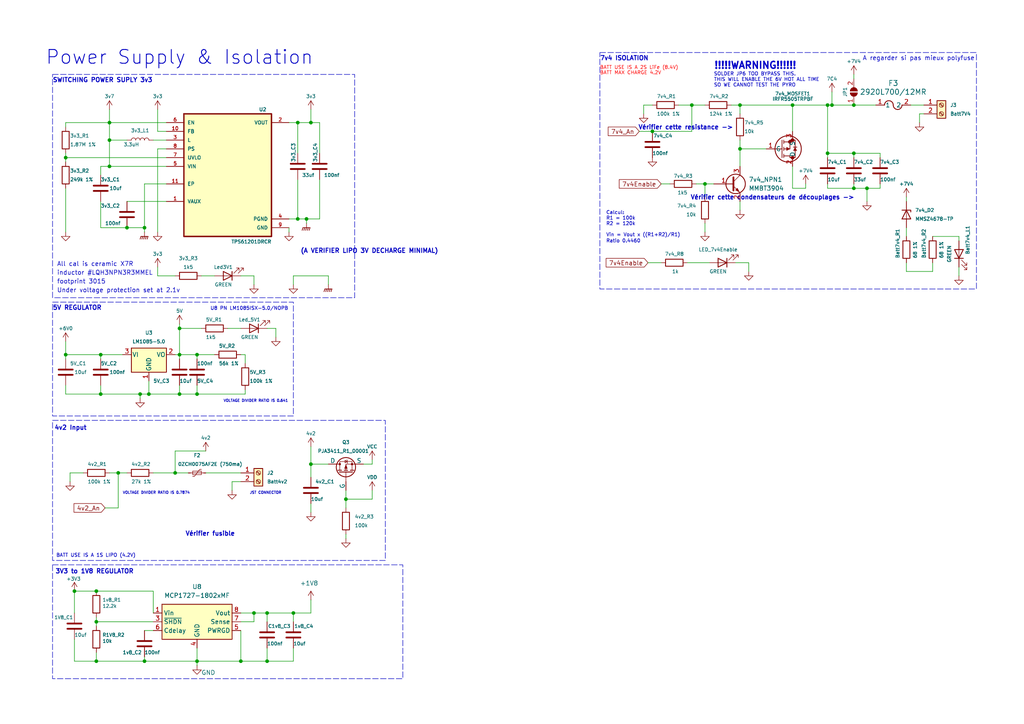
<source format=kicad_sch>
(kicad_sch (version 20231120) (generator "eeschema") (generator_version "8.0")
  (paper "A4")
  (title_block (title "PowerSupply") (date "2024-11-09") (company "GAUL"))
  (lib_symbols
    (symbol "Connector:Screw_Terminal_01x02" (pin_names (offset 1.016) hide)
      (property "Reference" "J" (at 0 2.54 0))
      (property "Value" "Screw_Terminal_01x02" (at 0 -5.08 0))
      (symbol "Screw_Terminal_01x02_1_1"
        (pin passive line (at -5.08 0 0) (length 3.81) (name "Pin_1") (number "1"))
        (pin passive line (at -5.08 -2.54 0) (length 3.81) (name "Pin_2") (number "2"))
      )
    )
    (symbol "Device:C" (pin_numbers hide) (pin_names (offset 0.254))
      (property "Reference" "C" (at 0.635 2.54 0))
      (property "Value" "C" (at 0.635 -2.54 0))
      (symbol "C_1_1"
        (pin passive line (at 0 3.81 270) (length 2.794) (name "~") (number "1"))
        (pin passive line (at 0 -3.81 90) (length 2.794) (name "~") (number "2"))
      )
    )
    (symbol "Device:L" (pin_numbers hide) (pin_names (offset 1.016) hide)
      (property "Reference" "L" (at -1.27 0 90))
      (property "Value" "L" (at 1.905 0 90))
      (symbol "L_1_1"
        (pin passive line (at 0 3.81 270) (length 1.27) (name "1") (number "1"))
        (pin passive line (at 0 -3.81 90) (length 1.27) (name "2") (number "2"))
      )
    )
    (symbol "Device:LED" (pin_numbers hide) (pin_names (offset 1.016) hide)
      (property "Reference" "D" (at 0 2.54 0))
      (property "Value" "LED" (at 0 -2.54 0))
      (symbol "LED_1_1"
        (pin passive line (at -3.81 0 0) (length 2.54) (name "K") (number "1"))
        (pin passive line (at 3.81 0 180) (length 2.54) (name "A") (number "2"))
      )
    )
    (symbol "Device:Polyfuse_Small" (pin_numbers hide) (pin_names (offset 0))
      (property "Reference" "F" (at -1.905 0 90))
      (property "Value" "Polyfuse_Small" (at 1.905 0 90))
      (symbol "Polyfuse_Small_1_1"
        (pin passive line (at 0 2.54 270) (length 0.635) (name "~") (number "1"))
        (pin passive line (at 0 -2.54 90) (length 0.635) (name "~") (number "2"))
      )
    )
    (symbol "Device:R" (pin_numbers hide) (pin_names (offset 0))
      (property "Reference" "R" (at 2.032 0 90))
      (property "Value" "R" (at 0 0 90))
      (symbol "R_1_1"
        (pin passive line (at 0 3.81 270) (length 1.27) (name "~") (number "1"))
        (pin passive line (at 0 -3.81 90) (length 1.27) (name "~") (number "2"))
      )
    )
    (symbol "Diode:BZV55C6V2" (pin_numbers hide) (pin_names hide)
      (property "Reference" "D" (at 0 2.54 0))
      (property "Value" "BZV55C6V2" (at 0 -2.54 0))
      (symbol "BZV55C6V2_1_1"
        (pin passive line (at -3.81 0 0) (length 2.54) (name "K") (number "1"))
        (pin passive line (at 3.81 0 180) (length 2.54) (name "A") (number "2"))
      )
    )
    (symbol "GND_1" (power) (pin_numbers hide) (pin_names (offset 0) hide)
      (property "Value" "GND" (at 0 -3.81 0))
      (symbol "GND_1_1_1"
        (pin power_in line (at 0 0 270) (length 0) (name "~") (number "1"))
      )
    )
    (symbol "IRFR5505TRPBF:IRFR5505TRPBF" (pin_names (offset 0.254))
      (property "Reference" "MOSFET" (at 11.43 1.905 0))
      (property "Value" "IRFR5505TRPBF" (at 11.43 -2.54 0))
      (symbol "IRFR5505TRPBF_0_1"
        (pin unspecified line (at 0 0 0) (length 2.54) (name "G") (number "1"))
        (pin unspecified line (at 7.62 5.08 270) (length 2.54) (name "D") (number "2"))
        (pin unspecified line (at 7.62 -5.08 90) (length 2.54) (name "S") (number "3"))
      )
    )
    (symbol "Jumper:SolderJumper_2_Open" (pin_names (offset 0) hide)
      (property "Reference" "JP" (at 0 2.032 0))
      (property "Value" "SolderJumper_2_Open" (at 0 -2.54 0))
      (symbol "SolderJumper_2_Open_1_1"
        (pin passive line (at -3.81 0 0) (length 2.54) (name "A") (number "1"))
        (pin passive line (at 3.81 0 180) (length 2.54) (name "B") (number "2"))
      )
    )
    (symbol "RGEF1400:RGEF1400" (pin_names (offset 0.254))
      (property "Reference" "F" (at 5.08 3.175 0))
      (property "Value" "RGEF1400" (at 5.08 -3.175 0))
      (symbol "RGEF1400_1_1"
        (pin unspecified line (at 0 0 0) (length 2.54) (name "1") (number "1"))
        (pin unspecified line (at 10.16 0 180) (length 2.54) (name "2") (number "2"))
      )
      (symbol "RGEF1400_1_2"
        (pin unspecified line (at 0 0 90) (length 2.54) (name "1") (number "1"))
        (pin unspecified line (at 0 10.16 270) (length 2.54) (name "2") (number "2"))
      )
    )
    (symbol "Regulator_Linear:LM1085-5.0" (pin_names (offset 0.254))
      (property "Reference" "U8" (at 0 6.35 0))
      (property "Value" "LM1085-5.0" (at 0 3.81 0))
      (symbol "LM1085-5.0_1_1"
        (pin power_in line (at 0 -7.62 90) (length 2.54) (name "GND") (number "1"))
        (pin passive line (at 7.62 0 180) (length 2.54) (name "VO") (number "2"))
        (pin power_in line (at -7.62 0 0) (length 2.54) (name "VI") (number "3"))
      )
    )
    (symbol "Regulator_Linear:MCP1727-1802xMF"
      (property "Reference" "U" (at -7.62 8.89 0))
      (property "Value" "MCP1727-1802xMF" (at 11.43 8.89 0))
      (symbol "MCP1727-1802xMF_0_0"
        (pin open_collector line (at 12.7 -2.54 180) (length 2.54) (name "PWRGD") (number "5"))
        (pin input line (at -12.7 -2.54 0) (length 2.54) (name "Cdelay") (number "6"))
        (pin input line (at 12.7 0 180) (length 2.54) (name "Sense") (number "7"))
        (pin power_out line (at 12.7 2.54 180) (length 2.54) (name "Vout") (number "8"))
      )
      (symbol "MCP1727-1802xMF_1_1"
        (pin power_in line (at -12.7 2.54 0) (length 2.54) (name "Vin") (number "1"))
        (pin passive line (at -12.7 2.54 0) (length 2.54) hide (name "Vin") (number "2"))
        (pin input line (at -12.7 0 0) (length 2.54) (name "~{SHDN}") (number "3"))
        (pin power_in line (at 0 -7.62 90) (length 2.54) (name "GND") (number "4"))
        (pin passive line (at 0 -7.62 90) (length 2.54) hide (name "GND") (number "9"))
      )
    )
    (symbol "Simulation_SPICE:PMOS" (pin_numbers hide) (pin_names (offset 0))
      (property "Reference" "Q2" (at 8.89 0 90))
      (property "Value" "PMOS" (at 6.35 0 90))
      (symbol "PMOS_1_1"
        (pin input line (at -5.08 0 0) (length 2.54) (name "G") (number "1"))
        (pin passive line (at 2.54 -5.08 90) (length 2.54) (name "S") (number "2"))
        (pin passive line (at 2.54 5.08 270) (length 2.54) (name "D") (number "3"))
      )
    )
    (symbol "TPS61201DRCR:TPS61201DRCR" (pin_names (offset 1.016))
      (property "Reference" "U5" (at 10.16 19.05 0))
      (property "Value" "TPS61201DRCR" (at 5.08 -19.05 0))
      (symbol "TPS61201DRCR_0_0"
        (pin bidirectional line (at -17.78 -7.62 0) (length 5.08) (name "VAUX") (number "1"))
        (pin input line (at -17.78 12.7 0) (length 5.08) (name "FB") (number "10"))
        (pin bidirectional line (at -17.78 -2.54 0) (length 5.08) (name "EP") (number "11"))
        (pin input line (at -17.78 10.16 0) (length 5.08) (name "L") (number "3"))
        (pin power_in line (at 17.78 -12.7 180) (length 5.08) (name "PGND") (number "4"))
        (pin input line (at -17.78 2.54 0) (length 5.08) (name "VIN") (number "5"))
        (pin input line (at -17.78 15.24 0) (length 5.08) (name "EN") (number "6"))
        (pin input line (at -17.78 5.08 0) (length 5.08) (name "UVLO") (number "7"))
        (pin input line (at -17.78 7.62 0) (length 5.08) (name "PS") (number "8"))
        (pin power_in line (at 17.78 -15.24 180) (length 5.08) (name "GND") (number "9"))
      )
      (symbol "TPS61201DRCR_1_0"
        (pin passive line (at 17.78 15.24 180) (length 5.08) (name "VOUT") (number "2"))
      )
    )
    (symbol "Transistor_BJT:MMBT3904" (pin_names (offset 0) hide)
      (property "Reference" "Q" (at 5.08 1.905 0))
      (property "Value" "MMBT3904" (at 5.08 0 0))
      (symbol "MMBT3904_1_1"
        (pin input line (at -5.08 0 0) (length 5.715) (name "B") (number "1"))
        (pin passive line (at 2.54 -5.08 90) (length 2.54) (name "E") (number "2"))
        (pin passive line (at 2.54 5.08 270) (length 2.54) (name "C") (number "3"))
      )
    )
    (symbol "power:+12C" (power) (pin_names (offset 0))
      (property "Value" "+12C" (at 0 3.81 0))
      (symbol "+12C_1_1"
        (pin power_in line (at 0 0 90) (length 0) hide (name "+12C") (number "1"))
      )
    )
    (symbol "power:+12P" (power) (pin_names (offset 0))
      (property "Value" "+12P" (at 0 3.556 0))
      (symbol "+12P_1_1"
        (pin power_in line (at 0 0 90) (length 0) hide (name "+12P") (number "1"))
      )
    )
    (symbol "power:+12V" (power) (pin_names (offset 0))
      (property "Value" "+12V" (at 0 3.556 0))
      (symbol "+12V_1_1"
        (pin power_in line (at 0 0 90) (length 0) hide (name "+12V") (number "1"))
      )
    )
    (symbol "power:+1V8" (power) (pin_numbers hide) (pin_names (offset 0) hide)
      (property "Value" "+1V8" (at 0 3.556 0))
      (symbol "+1V8_1_1"
        (pin power_in line (at 0 0 90) (length 0) (name "~") (number "1"))
      )
    )
    (symbol "power:+3V3" (power) (pin_names (offset 0))
      (property "Value" "+3V3" (at 0 3.556 0))
      (symbol "+3V3_1_1"
        (pin power_in line (at 0 0 90) (length 0) hide (name "+3V3") (number "1"))
      )
    )
    (symbol "power:+5V" (power) (pin_names (offset 0))
      (property "Value" "+5V" (at 0 3.556 0))
      (symbol "+5V_1_1"
        (pin power_in line (at 0 0 90) (length 0) hide (name "+5V") (number "1"))
      )
    )
    (symbol "power:+BATT" (power) (pin_names (offset 0))
      (property "Value" "+BATT" (at 0 3.556 0))
      (symbol "+BATT_1_1"
        (pin power_in line (at 0 0 90) (length 0) hide (name "+BATT") (number "1"))
      )
    )
    (symbol "power:GND" (power) (pin_names (offset 0))
      (property "Value" "GND" (at 0 -3.81 0))
      (symbol "GND_1_1"
        (pin power_in line (at 0 0 270) (length 0) hide (name "GND") (number "1"))
      )
    )
    (symbol "power:GNDPWR" (power) (pin_names (offset 0))
      (property "Value" "GNDPWR" (at 0 -3.302 0))
      (symbol "GNDPWR_1_1"
        (pin power_in line (at 0 0 270) (length 0) hide (name "GNDPWR") (number "1"))
      )
    )
    (symbol "power:VCC" (power) (pin_names (offset 0))
      (property "Value" "VCC" (at 0 3.81 0))
      (symbol "VCC_1_1"
        (pin power_in line (at 0 0 90) (length 0) hide (name "VCC") (number "1"))
      )
    )
    (symbol "power:VDD" (power) (pin_names (offset 0))
      (property "Value" "VDD" (at 0 3.81 0))
      (symbol "VDD_1_1"
        (pin power_in line (at 0 0 90) (length 0) hide (name "VDD") (number "1"))
      )
    )
  )
  (junction (at 19.05 102.87))
  (junction (at 31.75 35.56))
  (junction (at 240.03 44.45))
  (junction (at 52.07 114.3))
  (junction (at 27.94 171.45))
  (junction (at 247.65 44.45))
  (junction (at 86.36 35.56))
  (junction (at 90.17 35.56))
  (junction (at 19.05 45.72))
  (junction (at 189.23 38.1))
  (junction (at 29.21 102.87))
  (junction (at 34.29 137.16))
  (junction (at 43.18 114.3))
  (junction (at 73.66 177.8))
  (junction (at 86.36 63.5))
  (junction (at 100.33 144.78))
  (junction (at 241.3 30.48))
  (junction (at 88.9 63.5))
  (junction (at 77.47 191.77))
  (junction (at 229.87 30.48))
  (junction (at 36.83 66.04))
  (junction (at 41.91 191.77))
  (junction (at 214.63 30.48))
  (junction (at 31.75 40.64))
  (junction (at 247.65 54.61))
  (junction (at 57.15 114.3))
  (junction (at 57.15 102.87))
  (junction (at 69.85 191.77))
  (junction (at 200.66 30.48))
  (junction (at 50.8 137.16))
  (junction (at 251.46 54.61))
  (junction (at 52.07 95.25))
  (junction (at 57.15 191.77))
  (junction (at 240.03 30.48))
  (junction (at 40.64 114.3))
  (junction (at 41.91 66.04))
  (junction (at 77.47 177.8))
  (junction (at 90.17 134.62))
  (junction (at 214.63 43.18))
  (junction (at 204.47 53.34))
  (junction (at 31.75 48.26))
  (junction (at 85.09 177.8))
  (junction (at 27.94 180.34))
  (junction (at 21.59 171.45))
  (junction (at 247.65 30.48))
  (junction (at 29.21 114.3))
  (junction (at 52.07 102.87))
  (junction (at 27.94 191.77))
  (wire (pts (xy 214.63 40.64) (xy 214.63 43.18)))
  (wire (pts (xy 92.71 35.56) (xy 90.17 35.56)))
  (wire (pts (xy 266.7 33.02) (xy 266.7 35.56)))
  (wire (pts (xy 31.75 35.56) (xy 48.26 35.56)))
  (wire (pts (xy 48.26 53.34) (xy 41.91 53.34)))
  (wire (pts (xy 45.72 38.1) (xy 48.26 38.1)))
  (wire (pts (xy 240.03 54.61) (xy 247.65 54.61)))
  (wire (pts (xy 83.82 66.04) (xy 83.82 67.31)))
  (wire (pts (xy 52.07 95.25) (xy 58.42 95.25)))
  (wire (pts (xy 29.21 111.76) (xy 29.21 114.3)))
  (wire (pts (xy 19.05 114.3) (xy 29.21 114.3)))
  (wire (pts (xy 217.17 76.2) (xy 217.17 78.74)))
  (wire (pts (xy 71.12 102.87) (xy 71.12 105.41)))
  (wire (pts (xy 29.21 114.3) (xy 40.64 114.3)))
  (wire (pts (xy 107.95 144.78) (xy 100.33 144.78)))
  (wire (pts (xy 21.59 191.77) (xy 27.94 191.77)))
  (wire (pts (xy 43.18 114.3) (xy 40.64 114.3)))
  (wire (pts (xy 255.27 44.45) (xy 255.27 45.72)))
  (wire (pts (xy 267.97 33.02) (xy 266.7 33.02)))
  (wire (pts (xy 214.63 58.42) (xy 214.63 60.96)))
  (wire (pts (xy 229.87 30.48) (xy 229.87 38.1)))
  (wire (pts (xy 92.71 52.07) (xy 92.71 63.5)))
  (wire (pts (xy 240.03 53.34) (xy 240.03 54.61)))
  (wire (pts (xy 48.26 43.18) (xy 45.72 43.18)))
  (wire (pts (xy 57.15 114.3) (xy 71.12 114.3)))
  (wire (pts (xy 204.47 57.15) (xy 204.47 53.34)))
  (wire (pts (xy 52.07 95.25) (xy 52.07 102.87)))
  (wire (pts (xy 85.09 177.8) (xy 77.47 177.8)))
  (wire (pts (xy 69.85 80.01) (xy 73.66 80.01)))
  (wire (pts (xy 92.71 63.5) (xy 88.9 63.5)))
  (wire (pts (xy 200.66 30.48) (xy 204.47 30.48)))
  (wire (pts (xy 29.21 66.04) (xy 36.83 66.04)))
  (wire (pts (xy 92.71 44.45) (xy 92.71 35.56)))
  (wire (pts (xy 107.95 142.24) (xy 107.95 144.78)))
  (wire (pts (xy 90.17 129.54) (xy 90.17 134.62)))
  (wire (pts (xy 85.09 191.77) (xy 77.47 191.77)))
  (wire (pts (xy 196.85 30.48) (xy 200.66 30.48)))
  (wire (pts (xy 34.29 137.16) (xy 36.83 137.16)))
  (wire (pts (xy 86.36 63.5) (xy 88.9 63.5)))
  (wire (pts (xy 278.13 77.47) (xy 278.13 80.01)))
  (wire (pts (xy 100.33 154.94) (xy 100.33 156.21)))
  (wire (pts (xy 77.47 95.25) (xy 80.01 95.25)))
  (wire (pts (xy 229.87 54.61) (xy 233.68 54.61)))
  (wire (pts (xy 41.91 182.88) (xy 44.45 182.88)))
  (wire (pts (xy 21.59 171.45) (xy 27.94 171.45)))
  (wire (pts (xy 247.65 30.48) (xy 254 30.48)))
  (wire (pts (xy 69.85 177.8) (xy 73.66 177.8)))
  (wire (pts (xy 90.17 134.62) (xy 95.25 134.62)))
  (wire (pts (xy 29.21 102.87) (xy 29.21 104.14)))
  (wire (pts (xy 90.17 177.8) (xy 85.09 177.8)))
  (wire (pts (xy 83.82 35.56) (xy 86.36 35.56)))
  (wire (pts (xy 40.64 114.3) (xy 40.64 115.57)))
  (wire (pts (xy 107.95 134.62) (xy 107.95 133.35)))
  (wire (pts (xy 31.75 48.26) (xy 31.75 40.64)))
  (wire (pts (xy 262.89 57.15) (xy 262.89 58.42)))
  (wire (pts (xy 27.94 191.77) (xy 41.91 191.77)))
  (wire (pts (xy 58.42 80.01) (xy 62.23 80.01)))
  (wire (pts (xy 95.25 82.55) (xy 95.25 80.01)))
  (wire (pts (xy 247.65 44.45) (xy 247.65 45.72)))
  (wire (pts (xy 214.63 43.18) (xy 222.25 43.18)))
  (wire (pts (xy 30.48 147.32) (xy 34.29 147.32)))
  (wire (pts (xy 27.94 171.45) (xy 44.45 171.45)))
  (wire (pts (xy 44.45 171.45) (xy 44.45 177.8)))
  (wire (pts (xy 90.17 173.99) (xy 90.17 177.8)))
  (wire (pts (xy 20.32 137.16) (xy 20.32 139.7)))
  (wire (pts (xy 35.56 102.87) (xy 29.21 102.87)))
  (wire (pts (xy 86.36 35.56) (xy 90.17 35.56)))
  (wire (pts (xy 48.26 48.26) (xy 31.75 48.26)))
  (wire (pts (xy 85.09 180.34) (xy 85.09 177.8)))
  (wire (pts (xy 52.07 111.76) (xy 52.07 114.3)))
  (wire (pts (xy 247.65 44.45) (xy 255.27 44.45)))
  (wire (pts (xy 69.85 180.34) (xy 73.66 180.34)))
  (wire (pts (xy 204.47 64.77) (xy 204.47 67.31)))
  (wire (pts (xy 19.05 111.76) (xy 19.05 114.3)))
  (wire (pts (xy 57.15 187.96) (xy 57.15 191.77)))
  (wire (pts (xy 247.65 54.61) (xy 251.46 54.61)))
  (wire (pts (xy 240.03 44.45) (xy 247.65 44.45)))
  (wire (pts (xy 199.39 76.2) (xy 205.74 76.2)))
  (wire (pts (xy 69.85 191.77) (xy 57.15 191.77)))
  (wire (pts (xy 270.51 78.74) (xy 270.51 76.2)))
  (wire (pts (xy 240.03 30.48) (xy 240.03 44.45)))
  (wire (pts (xy 90.17 146.05) (xy 90.17 148.59)))
  (wire (pts (xy 270.51 68.58) (xy 278.13 68.58)))
  (wire (pts (xy 100.33 144.78) (xy 100.33 142.24)))
  (wire (pts (xy 43.18 110.49) (xy 43.18 114.3)))
  (wire (pts (xy 262.89 78.74) (xy 270.51 78.74)))
  (wire (pts (xy 213.36 76.2) (xy 217.17 76.2)))
  (wire (pts (xy 57.15 111.76) (xy 57.15 114.3)))
  (wire (pts (xy 186.69 30.48) (xy 186.69 33.02)))
  (wire (pts (xy 90.17 35.56) (xy 90.17 31.75)))
  (wire (pts (xy 278.13 68.58) (xy 278.13 69.85)))
  (wire (pts (xy 59.69 137.16) (xy 69.85 137.16)))
  (wire (pts (xy 189.23 38.1) (xy 200.66 38.1)))
  (wire (pts (xy 255.27 53.34) (xy 255.27 54.61)))
  (wire (pts (xy 229.87 48.26) (xy 229.87 54.61)))
  (wire (pts (xy 69.85 102.87) (xy 71.12 102.87)))
  (wire (pts (xy 50.8 102.87) (xy 52.07 102.87)))
  (wire (pts (xy 31.75 31.75) (xy 31.75 35.56)))
  (wire (pts (xy 233.68 54.61) (xy 233.68 53.34)))
  (wire (pts (xy 19.05 54.61) (xy 19.05 67.31)))
  (wire (pts (xy 66.04 95.25) (xy 69.85 95.25)))
  (wire (pts (xy 86.36 35.56) (xy 86.36 44.45)))
  (wire (pts (xy 50.8 130.81) (xy 50.8 137.16)))
  (wire (pts (xy 212.09 30.48) (xy 214.63 30.48)))
  (wire (pts (xy 251.46 54.61) (xy 255.27 54.61)))
  (wire (pts (xy 204.47 53.34) (xy 207.01 53.34)))
  (wire (pts (xy 100.33 144.78) (xy 100.33 147.32)))
  (wire (pts (xy 67.31 139.7) (xy 67.31 142.24)))
  (wire (pts (xy 41.91 53.34) (xy 41.91 66.04)))
  (wire (pts (xy 29.21 48.26) (xy 29.21 50.8)))
  (wire (pts (xy 88.9 63.5) (xy 88.9 64.77)))
  (wire (pts (xy 45.72 77.47) (xy 45.72 80.01)))
  (wire (pts (xy 41.91 191.77) (xy 57.15 191.77)))
  (wire (pts (xy 214.63 33.02) (xy 214.63 30.48)))
  (wire (pts (xy 187.96 76.2) (xy 191.77 76.2)))
  (wire (pts (xy 240.03 44.45) (xy 240.03 45.72)))
  (wire (pts (xy 27.94 189.23) (xy 27.94 191.77)))
  (wire (pts (xy 214.63 43.18) (xy 214.63 48.26)))
  (wire (pts (xy 85.09 80.01) (xy 95.25 80.01)))
  (wire (pts (xy 57.15 193.04) (xy 57.15 191.77)))
  (wire (pts (xy 19.05 99.06) (xy 19.05 102.87)))
  (wire (pts (xy 105.41 134.62) (xy 107.95 134.62)))
  (wire (pts (xy 241.3 26.67) (xy 241.3 30.48)))
  (wire (pts (xy 50.8 130.81) (xy 59.69 130.81)))
  (wire (pts (xy 262.89 78.74) (xy 262.89 76.2)))
  (wire (pts (xy 73.66 180.34) (xy 73.66 177.8)))
  (wire (pts (xy 83.82 63.5) (xy 86.36 63.5)))
  (wire (pts (xy 36.83 40.64) (xy 31.75 40.64)))
  (wire (pts (xy 229.87 30.48) (xy 240.03 30.48)))
  (wire (pts (xy 19.05 35.56) (xy 19.05 36.83)))
  (wire (pts (xy 24.13 137.16) (xy 20.32 137.16)))
  (wire (pts (xy 21.59 171.45) (xy 21.59 177.8)))
  (wire (pts (xy 77.47 191.77) (xy 69.85 191.77)))
  (wire (pts (xy 45.72 80.01) (xy 50.8 80.01)))
  (wire (pts (xy 241.3 30.48) (xy 247.65 30.48)))
  (wire (pts (xy 19.05 46.99) (xy 19.05 45.72)))
  (wire (pts (xy 85.09 187.96) (xy 85.09 191.77)))
  (wire (pts (xy 36.83 66.04) (xy 41.91 66.04)))
  (wire (pts (xy 264.16 30.48) (xy 267.97 30.48)))
  (wire (pts (xy 19.05 45.72) (xy 48.26 45.72)))
  (wire (pts (xy 19.05 102.87) (xy 19.05 104.14)))
  (wire (pts (xy 200.66 38.1) (xy 200.66 30.48)))
  (wire (pts (xy 29.21 58.42) (xy 29.21 66.04)))
  (wire (pts (xy 19.05 35.56) (xy 31.75 35.56)))
  (wire (pts (xy 57.15 102.87) (xy 62.23 102.87)))
  (wire (pts (xy 34.29 147.32) (xy 34.29 137.16)))
  (wire (pts (xy 27.94 179.07) (xy 27.94 180.34)))
  (wire (pts (xy 52.07 93.98) (xy 52.07 95.25)))
  (wire (pts (xy 240.03 30.48) (xy 241.3 30.48)))
  (wire (pts (xy 262.89 68.58) (xy 262.89 66.04)))
  (wire (pts (xy 44.45 137.16) (xy 50.8 137.16)))
  (wire (pts (xy 29.21 102.87) (xy 19.05 102.87)))
  (wire (pts (xy 27.94 180.34) (xy 44.45 180.34)))
  (wire (pts (xy 41.91 190.5) (xy 41.91 191.77)))
  (wire (pts (xy 44.45 40.64) (xy 48.26 40.64)))
  (wire (pts (xy 247.65 21.59) (xy 247.65 22.86)))
  (wire (pts (xy 27.94 180.34) (xy 27.94 181.61)))
  (wire (pts (xy 52.07 114.3) (xy 57.15 114.3)))
  (wire (pts (xy 57.15 102.87) (xy 57.15 104.14)))
  (wire (pts (xy 251.46 54.61) (xy 251.46 58.42)))
  (wire (pts (xy 77.47 180.34) (xy 77.47 177.8)))
  (wire (pts (xy 31.75 137.16) (xy 34.29 137.16)))
  (wire (pts (xy 21.59 185.42) (xy 21.59 191.77)))
  (wire (pts (xy 73.66 80.01) (xy 73.66 82.55)))
  (wire (pts (xy 77.47 187.96) (xy 77.47 191.77)))
  (wire (pts (xy 80.01 95.25) (xy 80.01 97.79)))
  (wire (pts (xy 52.07 102.87) (xy 52.07 104.14)))
  (wire (pts (xy 69.85 139.7) (xy 67.31 139.7)))
  (wire (pts (xy 48.26 58.42) (xy 36.83 58.42)))
  (wire (pts (xy 71.12 114.3) (xy 71.12 113.03)))
  (wire (pts (xy 52.07 102.87) (xy 57.15 102.87)))
  (wire (pts (xy 247.65 53.34) (xy 247.65 54.61)))
  (wire (pts (xy 69.85 182.88) (xy 69.85 191.77)))
  (wire (pts (xy 85.09 80.01) (xy 85.09 82.55)))
  (wire (pts (xy 43.18 114.3) (xy 52.07 114.3)))
  (wire (pts (xy 31.75 35.56) (xy 31.75 40.64)))
  (wire (pts (xy 50.8 137.16) (xy 54.61 137.16)))
  (wire (pts (xy 45.72 43.18) (xy 45.72 67.31)))
  (wire (pts (xy 86.36 52.07) (xy 86.36 63.5)))
  (wire (pts (xy 73.66 177.8) (xy 77.47 177.8)))
  (wire (pts (xy 214.63 30.48) (xy 229.87 30.48)))
  (wire (pts (xy 191.77 53.34) (xy 194.31 53.34)))
  (wire (pts (xy 185.42 38.1) (xy 189.23 38.1)))
  (wire (pts (xy 90.17 138.43) (xy 90.17 134.62)))
  (wire (pts (xy 201.93 53.34) (xy 204.47 53.34)))
  (wire (pts (xy 19.05 44.45) (xy 19.05 45.72)))
  (wire (pts (xy 41.91 66.04) (xy 41.91 67.31)))
  (wire (pts (xy 45.72 31.75) (xy 45.72 38.1)))
  (wire (pts (xy 189.23 30.48) (xy 186.69 30.48)))
  (wire (pts (xy 29.21 48.26) (xy 31.75 48.26)))
  (rectangle (start 15.24 21.59) (end 102.87 86.36) (stroke (width 0) (type dash)))
  (rectangle (start 173.99 15.24) (end 283.21 83.82) (stroke (width 0) (type dash)))
  (rectangle (start 15.24 87.63) (end 85.09 120.65) (stroke (width 0) (type dash)))
  (rectangle (start 15.24 163.83) (end 116.84 196.85) (stroke (width 0) (type dash)))
  (rectangle (start 15.24 121.92) (end 111.76 162.56) (stroke (width 0) (type dash)))
  (text "Under voltage protection set at 2.1v" (at 16.51 85.09 0) (effects (font (size 1.27 1.27)) (justify left bottom)))
  (text "Calcul: \nR1 = 100k\nR2 = 120k\n\nVin = Vout x ((R1+R2)/R1)" (at 175.768 68.834 0) (effects (font (size 1 1)) (justify left bottom)))
  (text "5V REGULATOR" (at 15.24 90.17 0) (effects (font (size 1.27 1.27) (thickness 0.254) (bold yes)) (justify left bottom)))
  (text "JST CONNECTOR" (at 72.39 143.51 0) (effects (font (size 0.75 0.75)) (justify left bottom)))
  (text "(A VERIFIER LIPO 3V DECHARGE MINIMAL)" (at 87.122 73.66 0) (effects (font (size 1.27 1.27) (thickness 0.254) (bold yes)) (justify left bottom)))
  (text "4v2 Input" (at 15.748 124.968 0) (effects (font (size 1.27 1.27) (thickness 0.254) (bold yes)) (justify left bottom)))
  (text "U8 PN LM1085ISX-5.0/NOPB" (at 60.96 90.17 0) (effects (font (size 1 1)) (justify left bottom)))
  (text "footprint 3015" (at 16.51 82.55 0) (effects (font (size 1.27 1.27)) (justify left bottom)))
  (text "3V3 to 1V8 REGULATOR\n\n" (at 16.002 168.656 0) (effects (font (size 1.27 1.27) (thickness 0.254) (bold yes)) (justify left bottom)))
  (text "inductor #LQH3NPN3R3MMEL" (at 16.51 80.01 0) (effects (font (size 1.27 1.27)) (justify left bottom)))
  (text "Vérifier fusible" (at 60.96 154.94 0) (effects (font (size 1.27 1.27) (thickness 0.254) (bold yes))))
  (text "Vérifier cette condensateurs de découplages ->" (at 224.028 57.404 0) (effects (font (size 1.27 1.27) (thickness 0.254) (bold yes))))
  (text "BATT USE IS A 1S LIPO (4.2V)" (at 16.256 161.798 0) (effects (font (size 1 1)) (justify left bottom)))
  (text "7v4 ISOLATION" (at 173.99 17.78 0) (effects (font (size 1.27 1.27) (thickness 0.254) (bold yes)) (justify left bottom)))
  (text "VOLTAGE DIVIDER RATIO IS 0.7874" (at 35.56 143.51 0) (effects (font (size 0.75 0.75)) (justify left bottom)))
  (text "!!!!!WARNING!!!!!!" (at 207.01 20.32 0) (effects (font (size 2 2) (thickness 0.4) (bold yes)) (justify left bottom)))
  (text "All cal is ceramic X7R" (at 16.51 77.47 0) (effects (font (size 1.27 1.27)) (justify left bottom)))
  (text "SWITCHING POWER SUPLY 3v3" (at 15.24 24.13 0) (effects (font (size 1.27 1.27) (thickness 0.254) (bold yes)) (justify left bottom)))
  (text "SOLDER JP6 TOO BYPASS THIS.\nTHIS WILL ENABLE THE 6V HOT ALL TIME\nSO WE CANNOT TEST THE PYRO" (at 207.01 25.4 0) (effects (font (size 1 1)) (justify left bottom)))
  (text "Ratio 0.4460" (at 175.768 70.612 0) (effects (font (size 1 1)) (justify left bottom)))
  (text "A regarder si pas mieux polyfuse\n" (at 266.446 17.018 0) (effects (font (size 1.27 1.27))))
  (text "Vérifier cette resistance ->" (at 198.882 37.084 0) (effects (font (size 1.27 1.27) (thickness 0.254) (bold yes))))
  (text "BATT USE IS A 2S LiFe (8.4V)" (at 173.99 20.32 0) (effects (font (size 1 1) (thickness 0.125)) (justify left bottom)))
  (text "Power Supply & Isolation" (at 52.07 16.764 0) (effects (font (size 4 4) (thickness 0.254) (bold yes))))
  (text "VOLTAGE DIVIDER RATIO IS 0.641" (at 64.77 116.84 0) (effects (font (size 0.75 0.75)) (justify left bottom)))
  (text "BATT MAX CHARGE 4.2V" (at 173.99 21.844 0) (effects (font (size 1 1) (thickness 0.125)) (justify left bottom)))
  (global_label "4v2_An" (shape input) (at 30.48 147.32 180) (property "Intersheetrefs" "${INTERSHEET_REFS}" (effects (hide yes))))
  (global_label "7v4Enable" (shape input) (at 187.96 76.2 180) (property "Intersheetrefs" "${INTERSHEET_REFS}" (effects (hide yes))))
  (global_label "7v4_An" (shape input) (at 185.42 38.1 180) (property "Intersheetrefs" "${INTERSHEET_REFS}" (effects (hide yes))))
  (global_label "7v4Enable" (shape input) (at 191.77 53.34 180) (property "Intersheetrefs" "${INTERSHEET_REFS}" (effects (hide yes))))
  (symbol (lib_id "Device:R") (at 19.05 40.64 0) (unit 1)
    (property "Reference" "3v3_R1" (at 20.32 39.37 0) (effects (font (size 1 1)) (justify left)))
    (property "Value" "1.87M 1%" (at 20.32 41.91 0) (effects (font (size 1 1)) (justify left)))
    (property "Footprint" "Resistor_SMD:R_0805_2012Metric" (effects (hide yes)))
  )
  (symbol (lib_id "Device:C") (at 240.03 49.53 0) (unit 1)
    (property "Reference" "7v4_C1" (at 240.03 46.99 0) (effects (font (size 1 1)) (justify left)))
    (property "Value" "10uf" (at 240.03 52.07 0) (effects (font (size 1 1)) (justify left)))
    (property "Footprint" "Capacitor_SMD:C_1206_3216Metric" (effects (hide yes)))
  )
  (symbol (lib_id "power:GND") (at 189.23 45.72 0) (unit 1)
    (property "Reference" "#PWR0102" (effects (hide yes)))
    (property "Value" "GND" (effects (hide yes)))
  )
  (symbol (lib_id "power:GND") (at 73.66 82.55 0) (unit 1)
    (property "Reference" "#PWR07" (effects (hide yes)))
    (property "Value" "GND" (effects (hide yes)))
  )
  (symbol (lib_id "power:GND") (at 80.01 97.79 0) (unit 1)
    (property "Reference" "#PWR019" (effects (hide yes)))
    (property "Value" "GND" (effects (hide yes)))
  )
  (symbol (lib_id "power:+3V3") (at 90.17 31.75 0) (unit 1)
    (property "Reference" "#PWR011" (effects (hide yes)))
    (property "Value" "3v3" (at 90.17 27.94 0) (effects (font (size 1 1))))
  )
  (symbol (lib_id "Device:R") (at 262.89 72.39 180) (unit 1)
    (property "Reference" "Batt7v4_R1" (at 260.35 74.93 90) (effects (font (size 1 1)) (justify right)))
    (property "Value" "68 1%" (at 265.43 74.93 90) (effects (font (size 1 1)) (justify right)))
    (property "Footprint" "Resistor_SMD:R_0805_2012Metric" (effects (hide yes)))
  )
  (symbol (lib_id "Device:C") (at 36.83 62.23 0) (unit 1)
    (property "Reference" "3v3_C2" (at 29.21 59.69 0) (effects (font (size 1 1)) (justify left)))
    (property "Value" "100nf" (at 30.48 64.77 0) (effects (font (size 1 1)) (justify left)))
    (property "Footprint" "Capacitor_SMD:C_0805_2012Metric" (effects (hide yes)))
  )
  (symbol (lib_id "power:GNDPWR") (at 95.25 82.55 0) (unit 1)
    (property "Reference" "#PWR012" (effects (hide yes)))
    (property "Value" "GNDPWR" (effects (hide yes)))
  )
  (symbol (lib_id "Device:R") (at 62.23 95.25 90) (unit 1)
    (property "Reference" "5V_R1" (at 59.69 92.71 90) (effects (font (size 1 1)) (justify right)))
    (property "Value" "1k5" (at 59.69 97.79 90) (effects (font (size 1 1)) (justify right)))
    (property "Footprint" "Resistor_SMD:R_0805_2012Metric" (effects (hide yes)))
  )
  (symbol (lib_id "Device:C") (at 19.05 107.95 0) (unit 1)
    (property "Reference" "5V_C1" (at 20.32 105.41 0) (effects (font (size 1 1)) (justify left)))
    (property "Value" "10uf" (at 21.59 107.95 0) (effects (font (size 1 1)) (justify left)))
    (property "Footprint" "Capacitor_SMD:C_0805_2012Metric" (effects (hide yes)))
  )
  (symbol (lib_id "Device:C") (at 21.59 181.61 0) (unit 1)
    (property "Reference" "1V8_C1" (at 15.748 179.07 0) (effects (font (size 0.9652 0.9652)) (justify left)))
    (property "Value" "10uf" (at 21.59 184.15 0) (effects (font (size 1 1)) (justify left)))
    (property "Footprint" "Capacitor_SMD:C_0805_2012Metric" (effects (hide yes)))
  )
  (symbol (lib_id "Device:C") (at 57.15 107.95 0) (unit 1)
    (property "Reference" "5V_C4" (at 57.15 110.49 0) (effects (font (size 1 1)) (justify left)))
    (property "Value" "100nf" (at 57.15 105.41 0) (effects (font (size 1 1)) (justify left)))
    (property "Footprint" "Capacitor_SMD:C_0805_2012Metric" (effects (hide yes)))
  )
  (symbol (lib_id "Regulator_Linear:MCP1727-1802xMF") (at 57.15 180.34 0) (unit 1)
    (property "Reference" "U8" (at 57.15 170.18 0))
    (property "Value" "MCP1727-1802xMF" (at 57.15 172.72 0))
    (property "Footprint" "Package_DFN_QFN:DFN-8-1EP_3x3mm_P0.65mm_EP1.55x2.4mm" (effects (hide yes)))
    (property "Datasheet" "https://ww1.microchip.com/downloads/aemtest/APID/ProductDocuments/DataSheets/MCP1727-1.5A-Low-Voltage-Low-Quiescent-Current-LDO-Regulator-20001999D.pdf" (effects (hide yes)))
    (property "Description" "1.5A, Low Voltage, Low Quiescent Current LDO Regulator, 2.3 - 6V Input, Fixed 1.8V Output, 330mV Dropout, DFN-8" (effects (hide yes)))
  )
  (symbol (lib_id "power:GND") (at 85.09 82.55 0) (unit 1)
    (property "Reference" "#PWR09" (effects (hide yes)))
    (property "Value" "GND" (effects (hide yes)))
  )
  (symbol (lib_id "Device:R") (at 27.94 175.26 180) (unit 1)
    (property "Reference" "1v8_R1" (at 29.718 173.99 0) (effects (font (size 0.9652 0.9652)) (justify right)))
    (property "Value" "12.2k" (at 29.718 175.768 0) (effects (font (size 0.9652 0.9652)) (justify right)))
    (property "Footprint" "Resistor_SMD:R_0805_2012Metric" (effects (hide yes)))
    (property "Description" "Resistor" (effects (hide yes)))
  )
  (symbol (lib_id "Device:R") (at 100.33 151.13 0) (unit 1)
    (property "Reference" "4v2_R3" (at 102.87 149.86 0) (effects (font (size 1 1)) (justify left)))
    (property "Value" "100k" (at 102.87 152.4 0) (effects (font (size 1 1)) (justify left)))
    (property "Footprint" "Resistor_SMD:R_0805_2012Metric" (effects (hide yes)))
  )
  (symbol (lib_id "Device:R") (at 40.64 137.16 90) (unit 1)
    (property "Reference" "4v2_R2" (at 38.1 134.62 90) (effects (font (size 1 1)) (justify right)))
    (property "Value" "27k 1%" (at 38.1 139.7 90) (effects (font (size 1 1)) (justify right)))
    (property "Footprint" "Resistor_SMD:R_0805_2012Metric" (effects (hide yes)))
  )
  (symbol (lib_id "power:+BATT") (at 59.69 130.81 0) (unit 1)
    (property "Reference" "#PWR021" (effects (hide yes)))
    (property "Value" "4v2" (at 59.69 127 0) (effects (font (size 1 1))))
  )
  (symbol (lib_id "power:VCC") (at 107.95 133.35 0) (unit 1)
    (property "Reference" "#PWR0110" (effects (hide yes)))
    (property "Value" "VCC" (at 107.95 129.54 0) (effects (font (size 1 1))))
  )
  (symbol (lib_id "Device:C") (at 85.09 184.15 0) (unit 1)
    (property "Reference" "1v8_C4" (at 85.344 181.61 0) (effects (font (size 1 1)) (justify left)))
    (property "Value" "10uf" (at 85.09 186.69 0) (effects (font (size 1 1)) (justify left)))
    (property "Footprint" "Capacitor_SMD:C_0805_2012Metric" (effects (hide yes)))
  )
  (symbol (lib_id "power:GND") (at 266.7 35.56 0) (unit 1)
    (property "Reference" "#PWR032" (effects (hide yes)))
    (property "Value" "GND" (effects (hide yes)))
  )
  (symbol (lib_id "RGEF1400:RGEF1400") (at 254 30.48 0) (unit 1)
    (property "Reference" "F3" (at 259.08 24.13 0) (effects (font (size 1.524 1.524))))
    (property "Value" "2920L700/12MR" (at 259.08 26.67 0) (effects (font (size 1.524 1.524))))
    (property "Footprint" "Fuse:Fuse_2920_7451Metric" (effects (hide yes)))
    (property "Datasheet" "2920L700/12MR" (effects (hide yes)))
  )
  (symbol (lib_id "power:+5V") (at 52.07 93.98 0) (unit 1)
    (property "Reference" "#PWR016" (effects (hide yes)))
    (property "Value" "5V" (at 52.07 90.17 0) (effects (font (size 1 1))))
  )
  (symbol (lib_id "Device:R") (at 270.51 72.39 180) (unit 1)
    (property "Reference" "Batt7v4_R2" (at 267.97 74.93 90) (effects (font (size 1 1)) (justify right)))
    (property "Value" "68 1%" (at 273.05 74.93 90) (effects (font (size 1 1)) (justify right)))
    (property "Footprint" "Resistor_SMD:R_0805_2012Metric" (effects (hide yes)))
  )
  (symbol (lib_id "Device:C") (at 255.27 49.53 0) (unit 1)
    (property "Reference" "7v4_C3" (at 255.27 46.99 0) (effects (font (size 1 1)) (justify left)))
    (property "Value" "100nf" (at 255.27 52.07 0) (effects (font (size 1 1)) (justify left)))
    (property "Footprint" "Capacitor_SMD:C_1206_3216Metric" (effects (hide yes)))
  )
  (symbol (lib_id "Device:R") (at 66.04 102.87 90) (unit 1)
    (property "Reference" "5V_R2" (at 63.5 100.33 90) (effects (font (size 1 1)) (justify right)))
    (property "Value" "56k 1%" (at 63.5 105.41 90) (effects (font (size 1 1)) (justify right)))
    (property "Footprint" "Resistor_SMD:R_0805_2012Metric" (effects (hide yes)))
  )
  (symbol (lib_id "power:+12C") (at 241.3 26.67 0) (unit 1)
    (property "Reference" "#PWR028" (effects (hide yes)))
    (property "Value" "7C4" (at 241.3 22.86 0) (effects (font (size 1 1))))
  )
  (symbol (lib_id "power:GND") (at 19.05 67.31 0) (unit 1)
    (property "Reference" "#PWR01" (effects (hide yes)))
    (property "Value" "GND" (effects (hide yes)))
  )
  (symbol (lib_id "Device:Polyfuse_Small") (at 57.15 137.16 90) (unit 1)
    (property "Reference" "F2" (at 57.15 132.08 90) (effects (font (size 1 1))))
    (property "Value" "0ZCH0075AF2E (750ma)" (at 60.96 134.62 90) (effects (font (size 1 1))))
    (property "Footprint" "Fuse:Fuse_1210_3225Metric" (effects (hide yes)))
  )
  (symbol (lib_id "Connector:Screw_Terminal_01x02") (at 273.05 30.48 0) (unit 1)
    (property "Reference" "J3" (at 275.59 30.48 0) (effects (font (size 1 1)) (justify left)))
    (property "Value" "Batt7V4" (at 275.59 33.02 0) (effects (font (size 1 1)) (justify left)))
    (property "Footprint" "Connector_Wire:SolderWire-2.5sqmm_1x02_P8.8mm_D2.4mm_OD4.4mm" (effects (hide yes)))
  )
  (symbol (lib_id "Simulation_SPICE:PMOS") (at 100.33 137.16 90) (unit 1)
    (property "Reference" "Q3" (at 100.33 128.27 90) (effects (font (size 1 1))))
    (property "Value" "PJA3411_R1_00001" (at 99.568 130.81 90) (effects (font (size 1 1))))
    (property "Footprint" "Package_TO_SOT_SMD:SOT-23-3" (effects (hide yes)))
    (property "Datasheet" "https://ngspice.sourceforge.io/docs/ngspice-manual.pdf" (effects (hide yes)))
    (property "Sim.Device" "PMOS" (effects (hide yes)))
    (property "Sim.Type" "VDMOS" (effects (hide yes)))
    (property "Sim.Pins" "1=D 2=G 3=S" (effects (hide yes)))
  )
  (symbol (lib_id "Device:R") (at 204.47 60.96 180) (unit 1)
    (property "Reference" "7v4_R4" (at 201.93 59.69 0) (effects (font (size 1 1)) (justify left)))
    (property "Value" "10k" (at 201.93 62.23 0) (effects (font (size 1 1)) (justify left)))
    (property "Footprint" "Resistor_SMD:R_0805_2012Metric" (effects (hide yes)))
  )
  (symbol (lib_id "Device:R") (at 193.04 30.48 90) (unit 1)
    (property "Reference" "7v4_R1" (at 190.5 27.94 90) (effects (font (size 1 1)) (justify right)))
    (property "Value" "100k 1%" (at 190.5 33.02 90) (effects (font (size 1 1)) (justify right)))
    (property "Footprint" "Resistor_SMD:R_0805_2012Metric" (effects (hide yes)))
  )
  (symbol (lib_id "Transistor_BJT:MMBT3904") (at 212.09 53.34 0) (unit 1)
    (property "Reference" "7v4_NPN1" (at 217.17 52.07 0) (effects (justify left)))
    (property "Value" "MMBT3904" (at 217.17 54.61 0) (effects (justify left)))
    (property "Footprint" "Package_TO_SOT_SMD:SOT-23" (effects (hide yes)))
    (property "Datasheet" "https://www.onsemi.com/pdf/datasheet/pzt3904-d.pdf" (effects (hide yes)))
  )
  (symbol (lib_id "Device:C") (at 29.21 54.61 0) (unit 1)
    (property "Reference" "3v3_C1" (at 29.21 52.07 0) (effects (font (size 1 1)) (justify left)))
    (property "Value" "10uf" (at 31.75 54.61 0) (effects (font (size 1 1)) (justify left)))
    (property "Footprint" "Capacitor_SMD:C_0805_2012Metric" (effects (hide yes)))
  )
  (symbol (lib_name "GND_1") (lib_id "power:GND") (at 57.15 193.04 0) (unit 1)
    (property "Reference" "#PWR060" (effects (hide yes)))
    (property "Value" "GND" (at 62.484 195.072 0) (effects (justify right)))
    (property "Description" "Power symbol creates a global label with name \"GND\" , ground" (effects (hide yes)))
  )
  (symbol (lib_id "Device:R") (at 19.05 50.8 0) (unit 1)
    (property "Reference" "3v3_R2" (at 20.32 49.53 0) (effects (font (size 1 1)) (justify left)))
    (property "Value" "249k 1%" (at 20.32 52.07 0) (effects (font (size 1 1)) (justify left)))
    (property "Footprint" "Resistor_SMD:R_0805_2012Metric" (effects (hide yes)))
  )
  (symbol (lib_id "power:GNDPWR") (at 41.91 67.31 0) (unit 1)
    (property "Reference" "#PWR03" (effects (hide yes)))
    (property "Value" "GNDPWR" (effects (hide yes)))
  )
  (symbol (lib_id "power:VDD") (at 107.95 142.24 0) (unit 1)
    (property "Reference" "#PWR0111" (effects (hide yes)))
    (property "Value" "VDD" (at 107.95 138.43 0) (effects (font (size 1 1))))
  )
  (symbol (lib_id "power:+1V8") (at 90.17 173.99 0) (unit 1)
    (property "Reference" "#PWR061" (effects (hide yes)))
    (property "Value" "+1V8" (at 89.662 169.164 0))
    (property "Description" "Power symbol creates a global label with name \"+1V8\"" (effects (hide yes)))
  )
  (symbol (lib_id "power:GND") (at 83.82 67.31 0) (unit 1)
    (property "Reference" "#PWR08" (effects (hide yes)))
    (property "Value" "GND" (effects (hide yes)))
  )
  (symbol (lib_id "Device:LED") (at 66.04 80.01 180) (unit 1)
    (property "Reference" "Led3V1" (at 64.77 77.47 0) (effects (font (size 1 1))))
    (property "Value" "GREEN" (at 64.77 82.55 0) (effects (font (size 1 1))))
    (property "Footprint" "LED_SMD:LED_0805_2012Metric" (effects (hide yes)))
  )
  (symbol (lib_id "Device:C") (at 247.65 49.53 0) (unit 1)
    (property "Reference" "7v4_C2" (at 247.65 46.99 0) (effects (font (size 1 1)) (justify left)))
    (property "Value" "33uf" (at 247.65 52.07 0) (effects (font (size 1 1)) (justify left)))
    (property "Footprint" "Capacitor_SMD:C_1206_3216Metric" (effects (hide yes)))
  )
  (symbol (lib_id "Device:LED") (at 209.55 76.2 180) (unit 1)
    (property "Reference" "LED_7v4Enable" (at 208.28 72.39 0) (effects (font (size 1 1))))
    (property "Value" "GREEN" (at 208.28 78.74 0) (effects (font (size 1 1))))
    (property "Footprint" "LED_SMD:LED_0805_2012Metric" (effects (hide yes)))
  )
  (symbol (lib_id "power:GND") (at 20.32 139.7 0) (unit 1)
    (property "Reference" "#PWR020" (effects (hide yes)))
    (property "Value" "GND" (effects (hide yes)))
  )
  (symbol (lib_id "Device:C") (at 77.47 184.15 0) (unit 1)
    (property "Reference" "C1v8_C3" (at 77.724 181.61 0) (effects (font (size 1 1)) (justify left)))
    (property "Value" "100nf" (at 77.47 186.69 0) (effects (font (size 1 1)) (justify left)))
    (property "Footprint" "Capacitor_SMD:C_0805_2012Metric" (effects (hide yes)))
  )
  (symbol (lib_id "Device:R") (at 71.12 109.22 180) (unit 1)
    (property "Reference" "5V_R3" (at 72.39 107.95 0) (effects (font (size 1 1)) (justify right)))
    (property "Value" "100k 1%" (at 72.39 110.49 0) (effects (font (size 1 1)) (justify right)))
    (property "Footprint" "Resistor_SMD:R_0805_2012Metric" (effects (hide yes)))
  )
  (symbol (lib_id "power:+12V") (at 247.65 21.59 0) (unit 1)
    (property "Reference" "#PWR029" (effects (hide yes)))
    (property "Value" "+7V4" (at 247.65 17.78 0) (effects (font (size 1 1))))
  )
  (symbol (lib_id "power:+3V3") (at 45.72 77.47 0) (unit 1)
    (property "Reference" "#PWR06" (effects (hide yes)))
    (property "Value" "3v3" (at 45.72 73.66 0) (effects (font (size 1 1))))
  )
  (symbol (lib_id "Device:C") (at 52.07 107.95 0) (unit 1)
    (property "Reference" "5V_C3" (at 44.45 110.49 0) (effects (font (size 1 1)) (justify left)))
    (property "Value" "10uf" (at 52.07 110.49 0) (effects (font (size 1 1)) (justify left)))
    (property "Footprint" "Capacitor_SMD:C_0805_2012Metric" (effects (hide yes)))
  )
  (symbol (lib_id "power:GNDPWR") (at 88.9 64.77 0) (unit 1)
    (property "Reference" "#PWR010" (effects (hide yes)))
    (property "Value" "GNDPWR" (effects (hide yes)))
  )
  (symbol (lib_id "Device:R") (at 208.28 30.48 90) (unit 1)
    (property "Reference" "7v4_R2" (at 205.74 27.94 90) (effects (font (size 1 1)) (justify right)))
    (property "Value" "124k 1%" (at 205.74 33.02 90) (effects (font (size 1 1)) (justify right)))
    (property "Footprint" "Resistor_SMD:R_0805_2012Metric" (effects (hide yes)))
  )
  (symbol (lib_id "power:+3V3") (at 45.72 31.75 0) (unit 1)
    (property "Reference" "#PWR04" (effects (hide yes)))
    (property "Value" "3v3" (at 45.72 27.94 0) (effects (font (size 1 1))))
  )
  (symbol (lib_id "Diode:BZV55C6V2") (at 262.89 62.23 270) (unit 1)
    (property "Reference" "7v4_D2" (at 265.43 60.96 90) (effects (font (size 1 1)) (justify left)))
    (property "Value" "MMSZ4678-TP" (at 265.43 63.5 90) (effects (font (size 1 1)) (justify left)))
    (property "Footprint" "Diode_SMD:D_SOD-123" (effects (hide yes)))
    (property "Datasheet" "https://assets.nexperia.com/documents/data-sheet/BZV55_SER.pdf" (effects (hide yes)))
  )
  (symbol (lib_id "Device:C") (at 90.17 142.24 0) (unit 1)
    (property "Reference" "4v2_C1" (at 91.44 139.7 0) (effects (font (size 1 1)) (justify left)))
    (property "Value" "10uf" (at 90.17 144.78 0) (effects (font (size 1 1)) (justify left)))
    (property "Footprint" "Capacitor_SMD:C_0805_2012Metric" (effects (hide yes)))
  )
  (symbol (lib_id "power:+3V3") (at 21.59 171.45 0) (unit 1)
    (property "Reference" "#PWR059" (effects (hide yes)))
    (property "Value" "+3V3" (at 21.336 167.894 0) (effects (font (size 1 1))))
  )
  (symbol (lib_id "Device:R") (at 54.61 80.01 90) (unit 1)
    (property "Reference" "3v3_R3" (at 54.61 74.93 90) (effects (font (size 1 1))))
    (property "Value" "1k5" (at 54.61 77.47 90) (effects (font (size 1 1))))
    (property "Footprint" "Resistor_SMD:R_0805_2012Metric" (effects (hide yes)))
  )
  (symbol (lib_id "power:GND") (at 251.46 58.42 0) (unit 1)
    (property "Reference" "#PWR030" (effects (hide yes)))
    (property "Value" "GND" (effects (hide yes)))
  )
  (symbol (lib_id "power:VCC") (at 31.75 31.75 0) (unit 1)
    (property "Reference" "#PWR02" (effects (hide yes)))
    (property "Value" "3v7" (at 31.75 27.94 0) (effects (font (size 1 1))))
  )
  (symbol (lib_id "Device:C") (at 189.23 41.91 0) (unit 1)
    (property "Reference" "7v4_C4" (at 189.484 39.37 0) (effects (font (size 1 1)) (justify left)))
    (property "Value" "100nf" (at 189.23 44.45 0) (effects (font (size 1 1)) (justify left)))
    (property "Footprint" "Capacitor_SMD:C_0805_2012Metric" (effects (hide yes)))
  )
  (symbol (lib_id "Device:R") (at 195.58 76.2 90) (unit 1)
    (property "Reference" "7v4_R8" (at 198.374 73.66 90) (effects (font (size 1 1)) (justify left)))
    (property "Value" "1k" (at 196.85 78.74 90) (effects (font (size 1 1)) (justify left)))
    (property "Footprint" "Resistor_SMD:R_0805_2012Metric" (effects (hide yes)))
  )
  (symbol (lib_id "Device:C") (at 86.36 48.26 0) (unit 1)
    (property "Reference" "3v3_C3" (at 85.09 46.99 90) (effects (font (size 1 1)) (justify left)))
    (property "Value" "33uf" (at 87.63 50.8 0) (effects (font (size 1 1)) (justify left)))
    (property "Footprint" "Capacitor_SMD:C_0805_2012Metric" (effects (hide yes)))
  )
  (symbol (lib_id "Device:LED") (at 278.13 73.66 90) (unit 1)
    (property "Reference" "Batt7v4_L1" (at 280.67 69.596 0) (effects (font (size 1 1))))
    (property "Value" "GREEN" (at 275.336 73.66 0) (effects (font (size 1 1))))
    (property "Footprint" "LED_SMD:LED_0805_2012Metric" (effects (hide yes)))
  )
  (symbol (lib_id "Device:C") (at 29.21 107.95 0) (unit 1)
    (property "Reference" "5V_C2" (at 29.21 105.41 0) (effects (font (size 1 1)) (justify left)))
    (property "Value" "100nf" (at 31.75 107.95 0) (effects (font (size 1 1)) (justify left)))
    (property "Footprint" "Capacitor_SMD:C_0805_2012Metric" (effects (hide yes)))
  )
  (symbol (lib_id "Device:R") (at 198.12 53.34 90) (unit 1)
    (property "Reference" "7v4_R3" (at 200.914 51.054 90) (effects (font (size 1 1)) (justify left)))
    (property "Value" "1k5" (at 199.39 55.88 90) (effects (font (size 1 1)) (justify left)))
    (property "Footprint" "Resistor_SMD:R_0805_2012Metric" (effects (hide yes)))
  )
  (symbol (lib_id "power:GND") (at 278.13 80.01 0) (unit 1)
    (property "Reference" "#PWR034" (effects (hide yes)))
    (property "Value" "GND" (effects (hide yes)))
  )
  (symbol (lib_id "Device:L") (at 40.64 40.64 90) (unit 1)
    (property "Reference" "3v3_L1" (at 40.64 37.846 90) (effects (font (size 1 1))))
    (property "Value" "3.3uH" (at 38.1 41.91 90) (effects (font (size 1 1))))
    (property "Footprint" "Library:IND_LQH3NPN3R3MMEL" (effects (hide yes)))
  )
  (symbol (lib_id "power:GND") (at 40.64 115.57 0) (unit 1)
    (property "Reference" "#PWR015" (effects (hide yes)))
    (property "Value" "GND" (effects (hide yes)))
  )
  (symbol (lib_id "power:+12V") (at 233.68 53.34 0) (unit 1)
    (property "Reference" "#PWR027" (effects (hide yes)))
    (property "Value" "+7V4" (at 233.68 49.53 0) (effects (font (size 1 1))))
  )
  (symbol (lib_id "Device:LED") (at 73.66 95.25 180) (unit 1)
    (property "Reference" "Led_5V1" (at 72.39 92.71 0) (effects (font (size 1 1))))
    (property "Value" "GREEN" (at 72.39 97.79 0) (effects (font (size 1 1))))
    (property "Footprint" "LED_SMD:LED_0805_2012Metric" (effects (hide yes)))
  )
  (symbol (lib_id "power:+12P") (at 19.05 99.06 0) (unit 1)
    (property "Reference" "#PWR013" (effects (hide yes)))
    (property "Value" "+6V0" (at 19.05 95.25 0) (effects (font (size 1 1))))
  )
  (symbol (lib_id "power:+12V") (at 262.89 57.15 0) (unit 1)
    (property "Reference" "#PWR033" (effects (hide yes)))
    (property "Value" "+7V4" (at 262.89 53.34 0) (effects (font (size 1 1))))
  )
  (symbol (lib_id "power:GND") (at 217.17 78.74 0) (unit 1)
    (property "Reference" "#PWR026" (effects (hide yes)))
    (property "Value" "GND" (effects (hide yes)))
  )
  (symbol (lib_id "Device:R") (at 27.94 185.42 180) (unit 1)
    (property "Reference" "R1V8_R2" (at 29.718 184.15 0) (effects (font (size 0.9652 0.9652)) (justify right)))
    (property "Value" "10k" (at 29.718 185.928 0) (effects (font (size 0.9652 0.9652)) (justify right)))
    (property "Footprint" "Resistor_SMD:R_0805_2012Metric" (effects (hide yes)))
    (property "Description" "Resistor" (effects (hide yes)))
  )
  (symbol (lib_id "power:GND") (at 214.63 60.96 0) (unit 1)
    (property "Reference" "#PWR025" (effects (hide yes)))
    (property "Value" "GND" (effects (hide yes)))
  )
  (symbol (lib_id "power:GND") (at 186.69 33.02 0) (unit 1)
    (property "Reference" "#PWR023" (effects (hide yes)))
    (property "Value" "GND" (effects (hide yes)))
  )
  (symbol (lib_id "IRFR5505TRPBF:IRFR5505TRPBF") (at 222.25 43.18 0) (mirror x) (unit 1)
    (property "Reference" "7v4_MOSFET1" (at 224.79 27.178 0) (effects (font (size 1 1)) (justify left)))
    (property "Value" "IRFR5505TRPBF" (at 224.028 28.702 0) (effects (font (size 1 1)) (justify left)))
    (property "Footprint" "Library:PG-TO252AA_INF" (effects (hide yes)))
    (property "Datasheet" "IRFR5505TRPBF" (effects (hide yes)))
  )
  (symbol (lib_id "Connector:Screw_Terminal_01x02") (at 74.93 137.16 0) (unit 1)
    (property "Reference" "J2" (at 77.47 137.16 0) (effects (font (size 1 1)) (justify left)))
    (property "Value" "Batt4v2" (at 77.47 139.7 0) (effects (font (size 1 1)) (justify left)))
    (property "Footprint" "Connector_JST:JST_XA_B02B-XASK-1_1x02_P2.50mm_Vertical" (effects (hide yes)))
  )
  (symbol (lib_id "power:GND") (at 204.47 67.31 0) (unit 1)
    (property "Reference" "#PWR024" (effects (hide yes)))
    (property "Value" "GND" (effects (hide yes)))
  )
  (symbol (lib_id "Device:R") (at 214.63 36.83 0) (unit 1)
    (property "Reference" "7v4_R5" (at 215.9 35.56 0) (effects (font (size 1 1)) (justify left)))
    (property "Value" "10k" (at 215.9 38.1 0) (effects (font (size 1 1)) (justify left)))
    (property "Footprint" "Resistor_SMD:R_0805_2012Metric" (effects (hide yes)))
  )
  (symbol (lib_id "power:+BATT") (at 90.17 129.54 0) (unit 1)
    (property "Reference" "#PWR0109" (effects (hide yes)))
    (property "Value" "4v2" (at 90.17 125.73 0) (effects (font (size 1 1))))
  )
  (symbol (lib_id "Device:C") (at 92.71 48.26 0) (unit 1)
    (property "Reference" "3v3_C4" (at 91.44 46.99 90) (effects (font (size 1 1)) (justify left)))
    (property "Value" "100nf" (at 93.98 50.8 0) (effects (font (size 1 1)) (justify left)))
    (property "Footprint" "Capacitor_SMD:C_0805_2012Metric" (effects (hide yes)))
  )
  (symbol (lib_id "Regulator_Linear:LM1085-5.0") (at 43.18 102.87 0) (unit 1)
    (property "Reference" "U3" (at 43.18 96.52 0) (effects (font (size 1 1))))
    (property "Value" "LM1085-5.0" (at 43.18 99.06 0) (effects (font (size 1 1))))
    (property "Footprint" "Package_TO_SOT_SMD:TO-263-3_TabPin2" (effects (hide yes)))
    (property "Datasheet" "http://www.ti.com/lit/ds/symlink/lm1085.pdf" (effects (hide yes)))
  )
  (symbol (lib_id "TPS61201DRCR:TPS61201DRCR") (at 66.04 50.8 0) (unit 1)
    (property "Reference" "U2" (at 76.2 31.75 0) (effects (font (size 1 1))))
    (property "Value" "TPS61201DRCR" (at 72.898 70.104 0) (effects (font (size 1 1))))
    (property "Footprint" "Package_SON:VSON-10-1EP_3x3mm_P0.5mm_EP1.65x2.4mm" (effects (hide yes)))
    (property "Description" "\n0.3-V input voltage, 3.3-V fixed output voltage boost converter with 1.3-A switches, 3-mm x 3-mm QFN\n" (effects (hide yes)))
    (property "DigiKey_Part_Number" "296-44338-2-ND" (effects (hide yes)))
    (property "MF" "Texas Instruments" (effects (hide yes)))
    (property "Purchase-URL" "https://www.snapeda.com/api/url_track_click_mouser/?unipart_id=1101389&manufacturer=Texas Instruments&part_name=TPS61201DRCR&search_term=None" (effects (hide yes)))
    (property "Package" "VSON-10 Texas Instruments" (effects (hide yes)))
    (property "SnapEDA_Link" "https://www.snapeda.com/parts/TPS61201DRCR/Texas+Instruments/view-part/?ref=snap" (effects (hide yes)))
    (property "MP" "TPS61201DRCR" (effects (hide yes)))
    (property "Check_prices" "https://www.snapeda.com/parts/TPS61201DRCR/Texas+Instruments/view-part/?ref=eda" (effects (hide yes)))
  )
  (symbol (lib_id "power:GND") (at 100.33 156.21 0) (unit 1)
    (property "Reference" "#PWR0112" (effects (hide yes)))
    (property "Value" "GND" (effects (hide yes)))
  )
  (symbol (lib_id "Device:R") (at 27.94 137.16 90) (unit 1)
    (property "Reference" "4v2_R1" (at 25.4 134.62 90) (effects (font (size 1 1)) (justify right)))
    (property "Value" "100k 1%" (at 25.4 139.7 90) (effects (font (size 1 1)) (justify right)))
    (property "Footprint" "Resistor_SMD:R_0805_2012Metric" (effects (hide yes)))
  )
  (symbol (lib_id "Device:C") (at 41.91 186.69 0) (unit 1)
    (property "Reference" "1v8_C2" (at 35.56 189.23 0) (effects (font (size 1 1)) (justify left)))
    (property "Value" "100nf" (at 41.91 189.23 0) (effects (font (size 1 1)) (justify left)))
    (property "Footprint" "Capacitor_SMD:C_0805_2012Metric" (effects (hide yes)))
  )
  (symbol (lib_id "power:GND") (at 90.17 148.59 0) (unit 1)
    (property "Reference" "#PWR0113" (effects (hide yes)))
    (property "Value" "GND" (effects (hide yes)))
  )
  (symbol (lib_id "Jumper:SolderJumper_2_Open") (at 247.65 26.67 90) (unit 1)
    (property "Reference" "JP1" (at 245.11 26.67 0) (effects (font (size 1 1))))
    (property "Value" "SolderJumper_2_Open" (effects (hide yes)))
    (property "Footprint" "Jumper:SolderJumper-2_P1.3mm_Open_TrianglePad1.0x1.5mm" (effects (hide yes)))
  )
  (symbol (lib_id "power:GND") (at 45.72 67.31 0) (unit 1)
    (property "Reference" "#PWR05" (effects (hide yes)))
    (property "Value" "GND" (effects (hide yes)))
  )
  (symbol (lib_id "power:GND") (at 67.31 142.24 0) (unit 1)
    (property "Reference" "#PWR022" (effects (hide yes)))
    (property "Value" "GND" (effects (hide yes)))
  )
)
</source>
